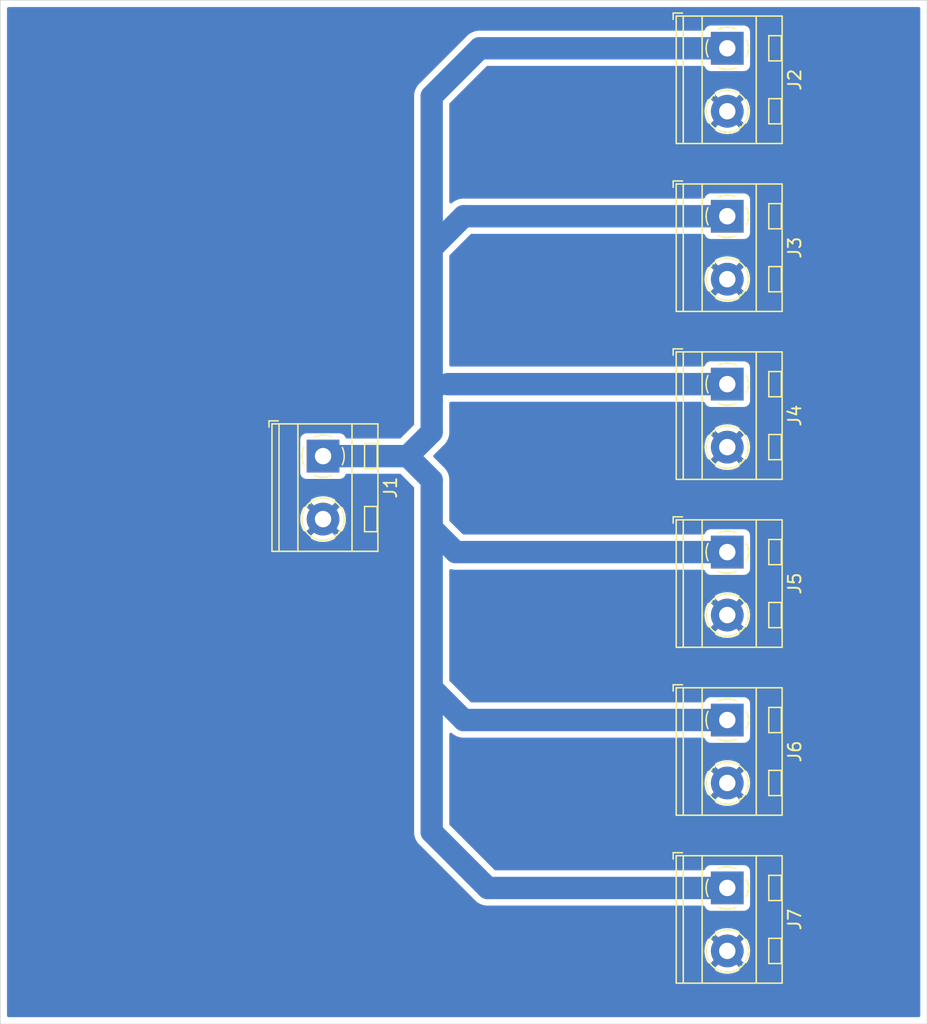
<source format=kicad_pcb>
(kicad_pcb (version 20171130) (host pcbnew "(5.0.2)-1")

  (general
    (thickness 1.6)
    (drawings 13)
    (tracks 22)
    (zones 0)
    (modules 7)
    (nets 3)
  )

  (page A4)
  (layers
    (0 F.Cu signal)
    (31 B.Cu signal)
    (32 B.Adhes user)
    (33 F.Adhes user)
    (34 B.Paste user)
    (35 F.Paste user)
    (36 B.SilkS user)
    (37 F.SilkS user)
    (38 B.Mask user)
    (39 F.Mask user)
    (40 Dwgs.User user)
    (41 Cmts.User user)
    (42 Eco1.User user)
    (43 Eco2.User user)
    (44 Edge.Cuts user)
    (45 Margin user)
    (46 B.CrtYd user)
    (47 F.CrtYd user)
    (48 B.Fab user)
    (49 F.Fab user)
  )

  (setup
    (last_trace_width 0.762)
    (user_trace_width 0.762)
    (trace_clearance 0.2)
    (zone_clearance 0.508)
    (zone_45_only no)
    (trace_min 0.2)
    (segment_width 0.2)
    (edge_width 0.05)
    (via_size 0.8)
    (via_drill 0.4)
    (via_min_size 0.4)
    (via_min_drill 0.3)
    (uvia_size 0.3)
    (uvia_drill 0.1)
    (uvias_allowed no)
    (uvia_min_size 0.2)
    (uvia_min_drill 0.1)
    (pcb_text_width 0.3)
    (pcb_text_size 1.5 1.5)
    (mod_edge_width 0.12)
    (mod_text_size 1 1)
    (mod_text_width 0.15)
    (pad_size 1.524 1.524)
    (pad_drill 0.762)
    (pad_to_mask_clearance 0.051)
    (solder_mask_min_width 0.25)
    (aux_axis_origin 0 0)
    (visible_elements 7FFFFFFF)
    (pcbplotparams
      (layerselection 0x01000_ffffffff)
      (usegerberextensions false)
      (usegerberattributes false)
      (usegerberadvancedattributes false)
      (creategerberjobfile false)
      (excludeedgelayer true)
      (linewidth 0.100000)
      (plotframeref false)
      (viasonmask false)
      (mode 1)
      (useauxorigin false)
      (hpglpennumber 1)
      (hpglpenspeed 20)
      (hpglpendiameter 15.000000)
      (psnegative false)
      (psa4output false)
      (plotreference true)
      (plotvalue true)
      (plotinvisibletext false)
      (padsonsilk false)
      (subtractmaskfromsilk false)
      (outputformat 1)
      (mirror false)
      (drillshape 0)
      (scaleselection 1)
      (outputdirectory "E:/BatterySplitter/"))
  )

  (net 0 "")
  (net 1 +BATT)
  (net 2 GND)

  (net_class Default "This is the default net class."
    (clearance 0.2)
    (trace_width 0.25)
    (via_dia 0.8)
    (via_drill 0.4)
    (uvia_dia 0.3)
    (uvia_drill 0.1)
    (add_net +BATT)
    (add_net GND)
  )

  (module TerminalBlock_MetzConnect:TerminalBlock_MetzConnect_Type094_RT03502HBLU_1x02_P5.00mm_Horizontal (layer F.Cu) (tedit 5B294E9C) (tstamp 5CF8C66F)
    (at 136.525 52.07 270)
    (descr "terminal block Metz Connect Type094_RT03502HBLU, 2 pins, pitch 5mm, size 10x8.3mm^2, drill diamater 1.3mm, pad diameter 2.6mm, see http://www.metz-connect.com/ru/system/files/productfiles/Data_sheet_310941_RT035xxHBLU_OFF-022742T.pdf, script-generated using https://github.com/pointhi/kicad-footprint-generator/scripts/TerminalBlock_MetzConnect")
    (tags "THT terminal block Metz Connect Type094_RT03502HBLU pitch 5mm size 10x8.3mm^2 drill 1.3mm pad 2.6mm")
    (path /5CF88A2D)
    (fp_text reference J2 (at 2.5 -5.36 270) (layer F.SilkS)
      (effects (font (size 1 1) (thickness 0.15)))
    )
    (fp_text value "1.8V Rail" (at 2.5 5.06 270) (layer F.Fab)
      (effects (font (size 1 1) (thickness 0.15)))
    )
    (fp_arc (start 0 0) (end 0 1.68) (angle -24) (layer F.SilkS) (width 0.12))
    (fp_arc (start 0 0) (end 1.535 0.684) (angle -48) (layer F.SilkS) (width 0.12))
    (fp_arc (start 0 0) (end 0.684 -1.535) (angle -48) (layer F.SilkS) (width 0.12))
    (fp_arc (start 0 0) (end -1.535 -0.684) (angle -48) (layer F.SilkS) (width 0.12))
    (fp_arc (start 0 0) (end -0.684 1.535) (angle -25) (layer F.SilkS) (width 0.12))
    (fp_circle (center 0 0) (end 1.5 0) (layer F.Fab) (width 0.1))
    (fp_circle (center 5 0) (end 6.5 0) (layer F.Fab) (width 0.1))
    (fp_circle (center 5 0) (end 6.68 0) (layer F.SilkS) (width 0.12))
    (fp_line (start -2.5 -4.3) (end 7.5 -4.3) (layer F.Fab) (width 0.1))
    (fp_line (start 7.5 -4.3) (end 7.5 4) (layer F.Fab) (width 0.1))
    (fp_line (start 7.5 4) (end -2 4) (layer F.Fab) (width 0.1))
    (fp_line (start -2 4) (end -2.5 3.5) (layer F.Fab) (width 0.1))
    (fp_line (start -2.5 3.5) (end -2.5 -4.3) (layer F.Fab) (width 0.1))
    (fp_line (start -2.5 3.5) (end 7.5 3.5) (layer F.Fab) (width 0.1))
    (fp_line (start -2.56 3.5) (end 7.56 3.5) (layer F.SilkS) (width 0.12))
    (fp_line (start -2.5 2) (end 7.5 2) (layer F.Fab) (width 0.1))
    (fp_line (start -2.56 2) (end 7.56 2) (layer F.SilkS) (width 0.12))
    (fp_line (start -2.5 -2.3) (end 7.5 -2.3) (layer F.Fab) (width 0.1))
    (fp_line (start -2.56 -2.301) (end 7.56 -2.301) (layer F.SilkS) (width 0.12))
    (fp_line (start -2.56 -4.36) (end 7.56 -4.36) (layer F.SilkS) (width 0.12))
    (fp_line (start -2.56 4.06) (end 7.56 4.06) (layer F.SilkS) (width 0.12))
    (fp_line (start -2.56 -4.36) (end -2.56 4.06) (layer F.SilkS) (width 0.12))
    (fp_line (start 7.56 -4.36) (end 7.56 4.06) (layer F.SilkS) (width 0.12))
    (fp_line (start 1.138 -0.955) (end -0.955 1.138) (layer F.Fab) (width 0.1))
    (fp_line (start 0.955 -1.138) (end -1.138 0.955) (layer F.Fab) (width 0.1))
    (fp_line (start -1 -4.3) (end -1 -3.3) (layer F.Fab) (width 0.1))
    (fp_line (start -1 -3.3) (end 1 -3.3) (layer F.Fab) (width 0.1))
    (fp_line (start 1 -3.3) (end 1 -4.3) (layer F.Fab) (width 0.1))
    (fp_line (start 1 -4.3) (end -1 -4.3) (layer F.Fab) (width 0.1))
    (fp_line (start -1 -4.3) (end 1 -4.3) (layer F.SilkS) (width 0.12))
    (fp_line (start -1 -3.3) (end 1 -3.3) (layer F.SilkS) (width 0.12))
    (fp_line (start -1 -4.3) (end -1 -3.3) (layer F.SilkS) (width 0.12))
    (fp_line (start 1 -4.3) (end 1 -3.3) (layer F.SilkS) (width 0.12))
    (fp_line (start 6.138 -0.955) (end 4.046 1.138) (layer F.Fab) (width 0.1))
    (fp_line (start 5.955 -1.138) (end 3.863 0.955) (layer F.Fab) (width 0.1))
    (fp_line (start 6.275 -1.069) (end 6.228 -1.023) (layer F.SilkS) (width 0.12))
    (fp_line (start 3.966 1.239) (end 3.931 1.274) (layer F.SilkS) (width 0.12))
    (fp_line (start 6.07 -1.275) (end 6.035 -1.239) (layer F.SilkS) (width 0.12))
    (fp_line (start 3.773 1.023) (end 3.726 1.069) (layer F.SilkS) (width 0.12))
    (fp_line (start 4 -4.3) (end 4 -3.3) (layer F.Fab) (width 0.1))
    (fp_line (start 4 -3.3) (end 6 -3.3) (layer F.Fab) (width 0.1))
    (fp_line (start 6 -3.3) (end 6 -4.3) (layer F.Fab) (width 0.1))
    (fp_line (start 6 -4.3) (end 4 -4.3) (layer F.Fab) (width 0.1))
    (fp_line (start 4 -4.3) (end 6 -4.3) (layer F.SilkS) (width 0.12))
    (fp_line (start 4 -3.3) (end 6 -3.3) (layer F.SilkS) (width 0.12))
    (fp_line (start 4 -4.3) (end 4 -3.3) (layer F.SilkS) (width 0.12))
    (fp_line (start 6 -4.3) (end 6 -3.3) (layer F.SilkS) (width 0.12))
    (fp_line (start -2.8 3.56) (end -2.8 4.3) (layer F.SilkS) (width 0.12))
    (fp_line (start -2.8 4.3) (end -2.3 4.3) (layer F.SilkS) (width 0.12))
    (fp_line (start -3 -4.81) (end -3 4.5) (layer F.CrtYd) (width 0.05))
    (fp_line (start -3 4.5) (end 8 4.5) (layer F.CrtYd) (width 0.05))
    (fp_line (start 8 4.5) (end 8 -4.81) (layer F.CrtYd) (width 0.05))
    (fp_line (start 8 -4.81) (end -3 -4.81) (layer F.CrtYd) (width 0.05))
    (fp_text user %R (at 2.5 2.75 270) (layer F.Fab)
      (effects (font (size 1 1) (thickness 0.15)))
    )
    (pad 1 thru_hole rect (at 0 0 270) (size 2.6 2.6) (drill 1.3) (layers *.Cu *.Mask)
      (net 1 +BATT))
    (pad 2 thru_hole circle (at 5 0 270) (size 2.6 2.6) (drill 1.3) (layers *.Cu *.Mask)
      (net 2 GND))
    (model ${KISYS3DMOD}/TerminalBlock_MetzConnect.3dshapes/TerminalBlock_MetzConnect_Type094_RT03502HBLU_1x02_P5.00mm_Horizontal.wrl
      (at (xyz 0 0 0))
      (scale (xyz 1 1 1))
      (rotate (xyz 0 0 0))
    )
  )

  (module TerminalBlock_MetzConnect:TerminalBlock_MetzConnect_Type094_RT03502HBLU_1x02_P5.00mm_Horizontal (layer F.Cu) (tedit 5B294E9C) (tstamp 5CF8C633)
    (at 104.394 84.455 270)
    (descr "terminal block Metz Connect Type094_RT03502HBLU, 2 pins, pitch 5mm, size 10x8.3mm^2, drill diamater 1.3mm, pad diameter 2.6mm, see http://www.metz-connect.com/ru/system/files/productfiles/Data_sheet_310941_RT035xxHBLU_OFF-022742T.pdf, script-generated using https://github.com/pointhi/kicad-footprint-generator/scripts/TerminalBlock_MetzConnect")
    (tags "THT terminal block Metz Connect Type094_RT03502HBLU pitch 5mm size 10x8.3mm^2 drill 1.3mm pad 2.6mm")
    (path /5CF872D9)
    (fp_text reference J1 (at 2.5 -5.36 270) (layer F.SilkS)
      (effects (font (size 1 1) (thickness 0.15)))
    )
    (fp_text value "Battery Input" (at 12.065 -0.254 180) (layer F.Fab)
      (effects (font (size 1 1) (thickness 0.15)))
    )
    (fp_arc (start 0 0) (end 0 1.68) (angle -24) (layer F.SilkS) (width 0.12))
    (fp_arc (start 0 0) (end 1.535 0.684) (angle -48) (layer F.SilkS) (width 0.12))
    (fp_arc (start 0 0) (end 0.684 -1.535) (angle -48) (layer F.SilkS) (width 0.12))
    (fp_arc (start 0 0) (end -1.535 -0.684) (angle -48) (layer F.SilkS) (width 0.12))
    (fp_arc (start 0 0) (end -0.684 1.535) (angle -25) (layer F.SilkS) (width 0.12))
    (fp_circle (center 0 0) (end 1.5 0) (layer F.Fab) (width 0.1))
    (fp_circle (center 5 0) (end 6.5 0) (layer F.Fab) (width 0.1))
    (fp_circle (center 5 0) (end 6.68 0) (layer F.SilkS) (width 0.12))
    (fp_line (start -2.5 -4.3) (end 7.5 -4.3) (layer F.Fab) (width 0.1))
    (fp_line (start 7.5 -4.3) (end 7.5 4) (layer F.Fab) (width 0.1))
    (fp_line (start 7.5 4) (end -2 4) (layer F.Fab) (width 0.1))
    (fp_line (start -2 4) (end -2.5 3.5) (layer F.Fab) (width 0.1))
    (fp_line (start -2.5 3.5) (end -2.5 -4.3) (layer F.Fab) (width 0.1))
    (fp_line (start -2.5 3.5) (end 7.5 3.5) (layer F.Fab) (width 0.1))
    (fp_line (start -2.56 3.5) (end 7.56 3.5) (layer F.SilkS) (width 0.12))
    (fp_line (start -2.5 2) (end 7.5 2) (layer F.Fab) (width 0.1))
    (fp_line (start -2.56 2) (end 7.56 2) (layer F.SilkS) (width 0.12))
    (fp_line (start -2.5 -2.3) (end 7.5 -2.3) (layer F.Fab) (width 0.1))
    (fp_line (start -2.56 -2.301) (end 7.56 -2.301) (layer F.SilkS) (width 0.12))
    (fp_line (start -2.56 -4.36) (end 7.56 -4.36) (layer F.SilkS) (width 0.12))
    (fp_line (start -2.56 4.06) (end 7.56 4.06) (layer F.SilkS) (width 0.12))
    (fp_line (start -2.56 -4.36) (end -2.56 4.06) (layer F.SilkS) (width 0.12))
    (fp_line (start 7.56 -4.36) (end 7.56 4.06) (layer F.SilkS) (width 0.12))
    (fp_line (start 1.138 -0.955) (end -0.955 1.138) (layer F.Fab) (width 0.1))
    (fp_line (start 0.955 -1.138) (end -1.138 0.955) (layer F.Fab) (width 0.1))
    (fp_line (start -1 -4.3) (end -1 -3.3) (layer F.Fab) (width 0.1))
    (fp_line (start -1 -3.3) (end 1 -3.3) (layer F.Fab) (width 0.1))
    (fp_line (start 1 -3.3) (end 1 -4.3) (layer F.Fab) (width 0.1))
    (fp_line (start 1 -4.3) (end -1 -4.3) (layer F.Fab) (width 0.1))
    (fp_line (start -1 -4.3) (end 1 -4.3) (layer F.SilkS) (width 0.12))
    (fp_line (start -1 -3.3) (end 1 -3.3) (layer F.SilkS) (width 0.12))
    (fp_line (start -1 -4.3) (end -1 -3.3) (layer F.SilkS) (width 0.12))
    (fp_line (start 1 -4.3) (end 1 -3.3) (layer F.SilkS) (width 0.12))
    (fp_line (start 6.138 -0.955) (end 4.046 1.138) (layer F.Fab) (width 0.1))
    (fp_line (start 5.955 -1.138) (end 3.863 0.955) (layer F.Fab) (width 0.1))
    (fp_line (start 6.275 -1.069) (end 6.228 -1.023) (layer F.SilkS) (width 0.12))
    (fp_line (start 3.966 1.239) (end 3.931 1.274) (layer F.SilkS) (width 0.12))
    (fp_line (start 6.07 -1.275) (end 6.035 -1.239) (layer F.SilkS) (width 0.12))
    (fp_line (start 3.773 1.023) (end 3.726 1.069) (layer F.SilkS) (width 0.12))
    (fp_line (start 4 -4.3) (end 4 -3.3) (layer F.Fab) (width 0.1))
    (fp_line (start 4 -3.3) (end 6 -3.3) (layer F.Fab) (width 0.1))
    (fp_line (start 6 -3.3) (end 6 -4.3) (layer F.Fab) (width 0.1))
    (fp_line (start 6 -4.3) (end 4 -4.3) (layer F.Fab) (width 0.1))
    (fp_line (start 4 -4.3) (end 6 -4.3) (layer F.SilkS) (width 0.12))
    (fp_line (start 4 -3.3) (end 6 -3.3) (layer F.SilkS) (width 0.12))
    (fp_line (start 4 -4.3) (end 4 -3.3) (layer F.SilkS) (width 0.12))
    (fp_line (start 6 -4.3) (end 6 -3.3) (layer F.SilkS) (width 0.12))
    (fp_line (start -2.8 3.56) (end -2.8 4.3) (layer F.SilkS) (width 0.12))
    (fp_line (start -2.8 4.3) (end -2.3 4.3) (layer F.SilkS) (width 0.12))
    (fp_line (start -3 -4.81) (end -3 4.5) (layer F.CrtYd) (width 0.05))
    (fp_line (start -3 4.5) (end 8 4.5) (layer F.CrtYd) (width 0.05))
    (fp_line (start 8 4.5) (end 8 -4.81) (layer F.CrtYd) (width 0.05))
    (fp_line (start 8 -4.81) (end -3 -4.81) (layer F.CrtYd) (width 0.05))
    (fp_text user %R (at 2.5 2.75 270) (layer F.Fab)
      (effects (font (size 1 1) (thickness 0.15)))
    )
    (pad 1 thru_hole rect (at 0 0 270) (size 2.6 2.6) (drill 1.3) (layers *.Cu *.Mask)
      (net 1 +BATT))
    (pad 2 thru_hole circle (at 5 0 270) (size 2.6 2.6) (drill 1.3) (layers *.Cu *.Mask)
      (net 2 GND))
    (model ${KISYS3DMOD}/TerminalBlock_MetzConnect.3dshapes/TerminalBlock_MetzConnect_Type094_RT03502HBLU_1x02_P5.00mm_Horizontal.wrl
      (at (xyz 0 0 0))
      (scale (xyz 1 1 1))
      (rotate (xyz 0 0 0))
    )
  )

  (module TerminalBlock_MetzConnect:TerminalBlock_MetzConnect_Type094_RT03502HBLU_1x02_P5.00mm_Horizontal (layer F.Cu) (tedit 5B294E9C) (tstamp 5CF8C6AB)
    (at 136.525 65.405 270)
    (descr "terminal block Metz Connect Type094_RT03502HBLU, 2 pins, pitch 5mm, size 10x8.3mm^2, drill diamater 1.3mm, pad diameter 2.6mm, see http://www.metz-connect.com/ru/system/files/productfiles/Data_sheet_310941_RT035xxHBLU_OFF-022742T.pdf, script-generated using https://github.com/pointhi/kicad-footprint-generator/scripts/TerminalBlock_MetzConnect")
    (tags "THT terminal block Metz Connect Type094_RT03502HBLU pitch 5mm size 10x8.3mm^2 drill 1.3mm pad 2.6mm")
    (path /5CF8B094)
    (fp_text reference J3 (at 2.5 -5.36 270) (layer F.SilkS)
      (effects (font (size 1 1) (thickness 0.15)))
    )
    (fp_text value "3.3V Rail" (at 2.5 5.06 270) (layer F.Fab)
      (effects (font (size 1 1) (thickness 0.15)))
    )
    (fp_text user %R (at 2.5 2.75 270) (layer F.Fab)
      (effects (font (size 1 1) (thickness 0.15)))
    )
    (fp_line (start 8 -4.81) (end -3 -4.81) (layer F.CrtYd) (width 0.05))
    (fp_line (start 8 4.5) (end 8 -4.81) (layer F.CrtYd) (width 0.05))
    (fp_line (start -3 4.5) (end 8 4.5) (layer F.CrtYd) (width 0.05))
    (fp_line (start -3 -4.81) (end -3 4.5) (layer F.CrtYd) (width 0.05))
    (fp_line (start -2.8 4.3) (end -2.3 4.3) (layer F.SilkS) (width 0.12))
    (fp_line (start -2.8 3.56) (end -2.8 4.3) (layer F.SilkS) (width 0.12))
    (fp_line (start 6 -4.3) (end 6 -3.3) (layer F.SilkS) (width 0.12))
    (fp_line (start 4 -4.3) (end 4 -3.3) (layer F.SilkS) (width 0.12))
    (fp_line (start 4 -3.3) (end 6 -3.3) (layer F.SilkS) (width 0.12))
    (fp_line (start 4 -4.3) (end 6 -4.3) (layer F.SilkS) (width 0.12))
    (fp_line (start 6 -4.3) (end 4 -4.3) (layer F.Fab) (width 0.1))
    (fp_line (start 6 -3.3) (end 6 -4.3) (layer F.Fab) (width 0.1))
    (fp_line (start 4 -3.3) (end 6 -3.3) (layer F.Fab) (width 0.1))
    (fp_line (start 4 -4.3) (end 4 -3.3) (layer F.Fab) (width 0.1))
    (fp_line (start 3.773 1.023) (end 3.726 1.069) (layer F.SilkS) (width 0.12))
    (fp_line (start 6.07 -1.275) (end 6.035 -1.239) (layer F.SilkS) (width 0.12))
    (fp_line (start 3.966 1.239) (end 3.931 1.274) (layer F.SilkS) (width 0.12))
    (fp_line (start 6.275 -1.069) (end 6.228 -1.023) (layer F.SilkS) (width 0.12))
    (fp_line (start 5.955 -1.138) (end 3.863 0.955) (layer F.Fab) (width 0.1))
    (fp_line (start 6.138 -0.955) (end 4.046 1.138) (layer F.Fab) (width 0.1))
    (fp_line (start 1 -4.3) (end 1 -3.3) (layer F.SilkS) (width 0.12))
    (fp_line (start -1 -4.3) (end -1 -3.3) (layer F.SilkS) (width 0.12))
    (fp_line (start -1 -3.3) (end 1 -3.3) (layer F.SilkS) (width 0.12))
    (fp_line (start -1 -4.3) (end 1 -4.3) (layer F.SilkS) (width 0.12))
    (fp_line (start 1 -4.3) (end -1 -4.3) (layer F.Fab) (width 0.1))
    (fp_line (start 1 -3.3) (end 1 -4.3) (layer F.Fab) (width 0.1))
    (fp_line (start -1 -3.3) (end 1 -3.3) (layer F.Fab) (width 0.1))
    (fp_line (start -1 -4.3) (end -1 -3.3) (layer F.Fab) (width 0.1))
    (fp_line (start 0.955 -1.138) (end -1.138 0.955) (layer F.Fab) (width 0.1))
    (fp_line (start 1.138 -0.955) (end -0.955 1.138) (layer F.Fab) (width 0.1))
    (fp_line (start 7.56 -4.36) (end 7.56 4.06) (layer F.SilkS) (width 0.12))
    (fp_line (start -2.56 -4.36) (end -2.56 4.06) (layer F.SilkS) (width 0.12))
    (fp_line (start -2.56 4.06) (end 7.56 4.06) (layer F.SilkS) (width 0.12))
    (fp_line (start -2.56 -4.36) (end 7.56 -4.36) (layer F.SilkS) (width 0.12))
    (fp_line (start -2.56 -2.301) (end 7.56 -2.301) (layer F.SilkS) (width 0.12))
    (fp_line (start -2.5 -2.3) (end 7.5 -2.3) (layer F.Fab) (width 0.1))
    (fp_line (start -2.56 2) (end 7.56 2) (layer F.SilkS) (width 0.12))
    (fp_line (start -2.5 2) (end 7.5 2) (layer F.Fab) (width 0.1))
    (fp_line (start -2.56 3.5) (end 7.56 3.5) (layer F.SilkS) (width 0.12))
    (fp_line (start -2.5 3.5) (end 7.5 3.5) (layer F.Fab) (width 0.1))
    (fp_line (start -2.5 3.5) (end -2.5 -4.3) (layer F.Fab) (width 0.1))
    (fp_line (start -2 4) (end -2.5 3.5) (layer F.Fab) (width 0.1))
    (fp_line (start 7.5 4) (end -2 4) (layer F.Fab) (width 0.1))
    (fp_line (start 7.5 -4.3) (end 7.5 4) (layer F.Fab) (width 0.1))
    (fp_line (start -2.5 -4.3) (end 7.5 -4.3) (layer F.Fab) (width 0.1))
    (fp_circle (center 5 0) (end 6.68 0) (layer F.SilkS) (width 0.12))
    (fp_circle (center 5 0) (end 6.5 0) (layer F.Fab) (width 0.1))
    (fp_circle (center 0 0) (end 1.5 0) (layer F.Fab) (width 0.1))
    (fp_arc (start 0 0) (end -0.684 1.535) (angle -25) (layer F.SilkS) (width 0.12))
    (fp_arc (start 0 0) (end -1.535 -0.684) (angle -48) (layer F.SilkS) (width 0.12))
    (fp_arc (start 0 0) (end 0.684 -1.535) (angle -48) (layer F.SilkS) (width 0.12))
    (fp_arc (start 0 0) (end 1.535 0.684) (angle -48) (layer F.SilkS) (width 0.12))
    (fp_arc (start 0 0) (end 0 1.68) (angle -24) (layer F.SilkS) (width 0.12))
    (pad 2 thru_hole circle (at 5 0 270) (size 2.6 2.6) (drill 1.3) (layers *.Cu *.Mask)
      (net 2 GND))
    (pad 1 thru_hole rect (at 0 0 270) (size 2.6 2.6) (drill 1.3) (layers *.Cu *.Mask)
      (net 1 +BATT))
    (model ${KISYS3DMOD}/TerminalBlock_MetzConnect.3dshapes/TerminalBlock_MetzConnect_Type094_RT03502HBLU_1x02_P5.00mm_Horizontal.wrl
      (at (xyz 0 0 0))
      (scale (xyz 1 1 1))
      (rotate (xyz 0 0 0))
    )
  )

  (module TerminalBlock_MetzConnect:TerminalBlock_MetzConnect_Type094_RT03502HBLU_1x02_P5.00mm_Horizontal (layer F.Cu) (tedit 5B294E9C) (tstamp 5CF8C6E7)
    (at 136.525 78.74 270)
    (descr "terminal block Metz Connect Type094_RT03502HBLU, 2 pins, pitch 5mm, size 10x8.3mm^2, drill diamater 1.3mm, pad diameter 2.6mm, see http://www.metz-connect.com/ru/system/files/productfiles/Data_sheet_310941_RT035xxHBLU_OFF-022742T.pdf, script-generated using https://github.com/pointhi/kicad-footprint-generator/scripts/TerminalBlock_MetzConnect")
    (tags "THT terminal block Metz Connect Type094_RT03502HBLU pitch 5mm size 10x8.3mm^2 drill 1.3mm pad 2.6mm")
    (path /5CF8C547)
    (fp_text reference J4 (at 2.5 -5.36 270) (layer F.SilkS)
      (effects (font (size 1 1) (thickness 0.15)))
    )
    (fp_text value "5V Rail" (at 2.5 5.06 270) (layer F.Fab)
      (effects (font (size 1 1) (thickness 0.15)))
    )
    (fp_arc (start 0 0) (end 0 1.68) (angle -24) (layer F.SilkS) (width 0.12))
    (fp_arc (start 0 0) (end 1.535 0.684) (angle -48) (layer F.SilkS) (width 0.12))
    (fp_arc (start 0 0) (end 0.684 -1.535) (angle -48) (layer F.SilkS) (width 0.12))
    (fp_arc (start 0 0) (end -1.535 -0.684) (angle -48) (layer F.SilkS) (width 0.12))
    (fp_arc (start 0 0) (end -0.684 1.535) (angle -25) (layer F.SilkS) (width 0.12))
    (fp_circle (center 0 0) (end 1.5 0) (layer F.Fab) (width 0.1))
    (fp_circle (center 5 0) (end 6.5 0) (layer F.Fab) (width 0.1))
    (fp_circle (center 5 0) (end 6.68 0) (layer F.SilkS) (width 0.12))
    (fp_line (start -2.5 -4.3) (end 7.5 -4.3) (layer F.Fab) (width 0.1))
    (fp_line (start 7.5 -4.3) (end 7.5 4) (layer F.Fab) (width 0.1))
    (fp_line (start 7.5 4) (end -2 4) (layer F.Fab) (width 0.1))
    (fp_line (start -2 4) (end -2.5 3.5) (layer F.Fab) (width 0.1))
    (fp_line (start -2.5 3.5) (end -2.5 -4.3) (layer F.Fab) (width 0.1))
    (fp_line (start -2.5 3.5) (end 7.5 3.5) (layer F.Fab) (width 0.1))
    (fp_line (start -2.56 3.5) (end 7.56 3.5) (layer F.SilkS) (width 0.12))
    (fp_line (start -2.5 2) (end 7.5 2) (layer F.Fab) (width 0.1))
    (fp_line (start -2.56 2) (end 7.56 2) (layer F.SilkS) (width 0.12))
    (fp_line (start -2.5 -2.3) (end 7.5 -2.3) (layer F.Fab) (width 0.1))
    (fp_line (start -2.56 -2.301) (end 7.56 -2.301) (layer F.SilkS) (width 0.12))
    (fp_line (start -2.56 -4.36) (end 7.56 -4.36) (layer F.SilkS) (width 0.12))
    (fp_line (start -2.56 4.06) (end 7.56 4.06) (layer F.SilkS) (width 0.12))
    (fp_line (start -2.56 -4.36) (end -2.56 4.06) (layer F.SilkS) (width 0.12))
    (fp_line (start 7.56 -4.36) (end 7.56 4.06) (layer F.SilkS) (width 0.12))
    (fp_line (start 1.138 -0.955) (end -0.955 1.138) (layer F.Fab) (width 0.1))
    (fp_line (start 0.955 -1.138) (end -1.138 0.955) (layer F.Fab) (width 0.1))
    (fp_line (start -1 -4.3) (end -1 -3.3) (layer F.Fab) (width 0.1))
    (fp_line (start -1 -3.3) (end 1 -3.3) (layer F.Fab) (width 0.1))
    (fp_line (start 1 -3.3) (end 1 -4.3) (layer F.Fab) (width 0.1))
    (fp_line (start 1 -4.3) (end -1 -4.3) (layer F.Fab) (width 0.1))
    (fp_line (start -1 -4.3) (end 1 -4.3) (layer F.SilkS) (width 0.12))
    (fp_line (start -1 -3.3) (end 1 -3.3) (layer F.SilkS) (width 0.12))
    (fp_line (start -1 -4.3) (end -1 -3.3) (layer F.SilkS) (width 0.12))
    (fp_line (start 1 -4.3) (end 1 -3.3) (layer F.SilkS) (width 0.12))
    (fp_line (start 6.138 -0.955) (end 4.046 1.138) (layer F.Fab) (width 0.1))
    (fp_line (start 5.955 -1.138) (end 3.863 0.955) (layer F.Fab) (width 0.1))
    (fp_line (start 6.275 -1.069) (end 6.228 -1.023) (layer F.SilkS) (width 0.12))
    (fp_line (start 3.966 1.239) (end 3.931 1.274) (layer F.SilkS) (width 0.12))
    (fp_line (start 6.07 -1.275) (end 6.035 -1.239) (layer F.SilkS) (width 0.12))
    (fp_line (start 3.773 1.023) (end 3.726 1.069) (layer F.SilkS) (width 0.12))
    (fp_line (start 4 -4.3) (end 4 -3.3) (layer F.Fab) (width 0.1))
    (fp_line (start 4 -3.3) (end 6 -3.3) (layer F.Fab) (width 0.1))
    (fp_line (start 6 -3.3) (end 6 -4.3) (layer F.Fab) (width 0.1))
    (fp_line (start 6 -4.3) (end 4 -4.3) (layer F.Fab) (width 0.1))
    (fp_line (start 4 -4.3) (end 6 -4.3) (layer F.SilkS) (width 0.12))
    (fp_line (start 4 -3.3) (end 6 -3.3) (layer F.SilkS) (width 0.12))
    (fp_line (start 4 -4.3) (end 4 -3.3) (layer F.SilkS) (width 0.12))
    (fp_line (start 6 -4.3) (end 6 -3.3) (layer F.SilkS) (width 0.12))
    (fp_line (start -2.8 3.56) (end -2.8 4.3) (layer F.SilkS) (width 0.12))
    (fp_line (start -2.8 4.3) (end -2.3 4.3) (layer F.SilkS) (width 0.12))
    (fp_line (start -3 -4.81) (end -3 4.5) (layer F.CrtYd) (width 0.05))
    (fp_line (start -3 4.5) (end 8 4.5) (layer F.CrtYd) (width 0.05))
    (fp_line (start 8 4.5) (end 8 -4.81) (layer F.CrtYd) (width 0.05))
    (fp_line (start 8 -4.81) (end -3 -4.81) (layer F.CrtYd) (width 0.05))
    (fp_text user %R (at 2.5 2.75 270) (layer F.Fab)
      (effects (font (size 1 1) (thickness 0.15)))
    )
    (pad 1 thru_hole rect (at 0 0 270) (size 2.6 2.6) (drill 1.3) (layers *.Cu *.Mask)
      (net 1 +BATT))
    (pad 2 thru_hole circle (at 5 0 270) (size 2.6 2.6) (drill 1.3) (layers *.Cu *.Mask)
      (net 2 GND))
    (model ${KISYS3DMOD}/TerminalBlock_MetzConnect.3dshapes/TerminalBlock_MetzConnect_Type094_RT03502HBLU_1x02_P5.00mm_Horizontal.wrl
      (at (xyz 0 0 0))
      (scale (xyz 1 1 1))
      (rotate (xyz 0 0 0))
    )
  )

  (module TerminalBlock_MetzConnect:TerminalBlock_MetzConnect_Type094_RT03502HBLU_1x02_P5.00mm_Horizontal (layer F.Cu) (tedit 5B294E9C) (tstamp 5CF8C723)
    (at 136.525 92.075 270)
    (descr "terminal block Metz Connect Type094_RT03502HBLU, 2 pins, pitch 5mm, size 10x8.3mm^2, drill diamater 1.3mm, pad diameter 2.6mm, see http://www.metz-connect.com/ru/system/files/productfiles/Data_sheet_310941_RT035xxHBLU_OFF-022742T.pdf, script-generated using https://github.com/pointhi/kicad-footprint-generator/scripts/TerminalBlock_MetzConnect")
    (tags "THT terminal block Metz Connect Type094_RT03502HBLU pitch 5mm size 10x8.3mm^2 drill 1.3mm pad 2.6mm")
    (path /5CF8CF6E)
    (fp_text reference J5 (at 2.5 -5.36 270) (layer F.SilkS)
      (effects (font (size 1 1) (thickness 0.15)))
    )
    (fp_text value "8V Rail" (at 2.5 5.06 270) (layer F.Fab)
      (effects (font (size 1 1) (thickness 0.15)))
    )
    (fp_text user %R (at 2.5 2.75 270) (layer F.Fab)
      (effects (font (size 1 1) (thickness 0.15)))
    )
    (fp_line (start 8 -4.81) (end -3 -4.81) (layer F.CrtYd) (width 0.05))
    (fp_line (start 8 4.5) (end 8 -4.81) (layer F.CrtYd) (width 0.05))
    (fp_line (start -3 4.5) (end 8 4.5) (layer F.CrtYd) (width 0.05))
    (fp_line (start -3 -4.81) (end -3 4.5) (layer F.CrtYd) (width 0.05))
    (fp_line (start -2.8 4.3) (end -2.3 4.3) (layer F.SilkS) (width 0.12))
    (fp_line (start -2.8 3.56) (end -2.8 4.3) (layer F.SilkS) (width 0.12))
    (fp_line (start 6 -4.3) (end 6 -3.3) (layer F.SilkS) (width 0.12))
    (fp_line (start 4 -4.3) (end 4 -3.3) (layer F.SilkS) (width 0.12))
    (fp_line (start 4 -3.3) (end 6 -3.3) (layer F.SilkS) (width 0.12))
    (fp_line (start 4 -4.3) (end 6 -4.3) (layer F.SilkS) (width 0.12))
    (fp_line (start 6 -4.3) (end 4 -4.3) (layer F.Fab) (width 0.1))
    (fp_line (start 6 -3.3) (end 6 -4.3) (layer F.Fab) (width 0.1))
    (fp_line (start 4 -3.3) (end 6 -3.3) (layer F.Fab) (width 0.1))
    (fp_line (start 4 -4.3) (end 4 -3.3) (layer F.Fab) (width 0.1))
    (fp_line (start 3.773 1.023) (end 3.726 1.069) (layer F.SilkS) (width 0.12))
    (fp_line (start 6.07 -1.275) (end 6.035 -1.239) (layer F.SilkS) (width 0.12))
    (fp_line (start 3.966 1.239) (end 3.931 1.274) (layer F.SilkS) (width 0.12))
    (fp_line (start 6.275 -1.069) (end 6.228 -1.023) (layer F.SilkS) (width 0.12))
    (fp_line (start 5.955 -1.138) (end 3.863 0.955) (layer F.Fab) (width 0.1))
    (fp_line (start 6.138 -0.955) (end 4.046 1.138) (layer F.Fab) (width 0.1))
    (fp_line (start 1 -4.3) (end 1 -3.3) (layer F.SilkS) (width 0.12))
    (fp_line (start -1 -4.3) (end -1 -3.3) (layer F.SilkS) (width 0.12))
    (fp_line (start -1 -3.3) (end 1 -3.3) (layer F.SilkS) (width 0.12))
    (fp_line (start -1 -4.3) (end 1 -4.3) (layer F.SilkS) (width 0.12))
    (fp_line (start 1 -4.3) (end -1 -4.3) (layer F.Fab) (width 0.1))
    (fp_line (start 1 -3.3) (end 1 -4.3) (layer F.Fab) (width 0.1))
    (fp_line (start -1 -3.3) (end 1 -3.3) (layer F.Fab) (width 0.1))
    (fp_line (start -1 -4.3) (end -1 -3.3) (layer F.Fab) (width 0.1))
    (fp_line (start 0.955 -1.138) (end -1.138 0.955) (layer F.Fab) (width 0.1))
    (fp_line (start 1.138 -0.955) (end -0.955 1.138) (layer F.Fab) (width 0.1))
    (fp_line (start 7.56 -4.36) (end 7.56 4.06) (layer F.SilkS) (width 0.12))
    (fp_line (start -2.56 -4.36) (end -2.56 4.06) (layer F.SilkS) (width 0.12))
    (fp_line (start -2.56 4.06) (end 7.56 4.06) (layer F.SilkS) (width 0.12))
    (fp_line (start -2.56 -4.36) (end 7.56 -4.36) (layer F.SilkS) (width 0.12))
    (fp_line (start -2.56 -2.301) (end 7.56 -2.301) (layer F.SilkS) (width 0.12))
    (fp_line (start -2.5 -2.3) (end 7.5 -2.3) (layer F.Fab) (width 0.1))
    (fp_line (start -2.56 2) (end 7.56 2) (layer F.SilkS) (width 0.12))
    (fp_line (start -2.5 2) (end 7.5 2) (layer F.Fab) (width 0.1))
    (fp_line (start -2.56 3.5) (end 7.56 3.5) (layer F.SilkS) (width 0.12))
    (fp_line (start -2.5 3.5) (end 7.5 3.5) (layer F.Fab) (width 0.1))
    (fp_line (start -2.5 3.5) (end -2.5 -4.3) (layer F.Fab) (width 0.1))
    (fp_line (start -2 4) (end -2.5 3.5) (layer F.Fab) (width 0.1))
    (fp_line (start 7.5 4) (end -2 4) (layer F.Fab) (width 0.1))
    (fp_line (start 7.5 -4.3) (end 7.5 4) (layer F.Fab) (width 0.1))
    (fp_line (start -2.5 -4.3) (end 7.5 -4.3) (layer F.Fab) (width 0.1))
    (fp_circle (center 5 0) (end 6.68 0) (layer F.SilkS) (width 0.12))
    (fp_circle (center 5 0) (end 6.5 0) (layer F.Fab) (width 0.1))
    (fp_circle (center 0 0) (end 1.5 0) (layer F.Fab) (width 0.1))
    (fp_arc (start 0 0) (end -0.684 1.535) (angle -25) (layer F.SilkS) (width 0.12))
    (fp_arc (start 0 0) (end -1.535 -0.684) (angle -48) (layer F.SilkS) (width 0.12))
    (fp_arc (start 0 0) (end 0.684 -1.535) (angle -48) (layer F.SilkS) (width 0.12))
    (fp_arc (start 0 0) (end 1.535 0.684) (angle -48) (layer F.SilkS) (width 0.12))
    (fp_arc (start 0 0) (end 0 1.68) (angle -24) (layer F.SilkS) (width 0.12))
    (pad 2 thru_hole circle (at 5 0 270) (size 2.6 2.6) (drill 1.3) (layers *.Cu *.Mask)
      (net 2 GND))
    (pad 1 thru_hole rect (at 0 0 270) (size 2.6 2.6) (drill 1.3) (layers *.Cu *.Mask)
      (net 1 +BATT))
    (model ${KISYS3DMOD}/TerminalBlock_MetzConnect.3dshapes/TerminalBlock_MetzConnect_Type094_RT03502HBLU_1x02_P5.00mm_Horizontal.wrl
      (at (xyz 0 0 0))
      (scale (xyz 1 1 1))
      (rotate (xyz 0 0 0))
    )
  )

  (module TerminalBlock_MetzConnect:TerminalBlock_MetzConnect_Type094_RT03502HBLU_1x02_P5.00mm_Horizontal (layer F.Cu) (tedit 5B294E9C) (tstamp 5CF8C75F)
    (at 136.525 105.41 270)
    (descr "terminal block Metz Connect Type094_RT03502HBLU, 2 pins, pitch 5mm, size 10x8.3mm^2, drill diamater 1.3mm, pad diameter 2.6mm, see http://www.metz-connect.com/ru/system/files/productfiles/Data_sheet_310941_RT035xxHBLU_OFF-022742T.pdf, script-generated using https://github.com/pointhi/kicad-footprint-generator/scripts/TerminalBlock_MetzConnect")
    (tags "THT terminal block Metz Connect Type094_RT03502HBLU pitch 5mm size 10x8.3mm^2 drill 1.3mm pad 2.6mm")
    (path /5CF8D653)
    (fp_text reference J6 (at 2.5 -5.36 270) (layer F.SilkS)
      (effects (font (size 1 1) (thickness 0.15)))
    )
    (fp_text value "15V Rail" (at 2.5 5.06 270) (layer F.Fab)
      (effects (font (size 1 1) (thickness 0.15)))
    )
    (fp_arc (start 0 0) (end 0 1.68) (angle -24) (layer F.SilkS) (width 0.12))
    (fp_arc (start 0 0) (end 1.535 0.684) (angle -48) (layer F.SilkS) (width 0.12))
    (fp_arc (start 0 0) (end 0.684 -1.535) (angle -48) (layer F.SilkS) (width 0.12))
    (fp_arc (start 0 0) (end -1.535 -0.684) (angle -48) (layer F.SilkS) (width 0.12))
    (fp_arc (start 0 0) (end -0.684 1.535) (angle -25) (layer F.SilkS) (width 0.12))
    (fp_circle (center 0 0) (end 1.5 0) (layer F.Fab) (width 0.1))
    (fp_circle (center 5 0) (end 6.5 0) (layer F.Fab) (width 0.1))
    (fp_circle (center 5 0) (end 6.68 0) (layer F.SilkS) (width 0.12))
    (fp_line (start -2.5 -4.3) (end 7.5 -4.3) (layer F.Fab) (width 0.1))
    (fp_line (start 7.5 -4.3) (end 7.5 4) (layer F.Fab) (width 0.1))
    (fp_line (start 7.5 4) (end -2 4) (layer F.Fab) (width 0.1))
    (fp_line (start -2 4) (end -2.5 3.5) (layer F.Fab) (width 0.1))
    (fp_line (start -2.5 3.5) (end -2.5 -4.3) (layer F.Fab) (width 0.1))
    (fp_line (start -2.5 3.5) (end 7.5 3.5) (layer F.Fab) (width 0.1))
    (fp_line (start -2.56 3.5) (end 7.56 3.5) (layer F.SilkS) (width 0.12))
    (fp_line (start -2.5 2) (end 7.5 2) (layer F.Fab) (width 0.1))
    (fp_line (start -2.56 2) (end 7.56 2) (layer F.SilkS) (width 0.12))
    (fp_line (start -2.5 -2.3) (end 7.5 -2.3) (layer F.Fab) (width 0.1))
    (fp_line (start -2.56 -2.301) (end 7.56 -2.301) (layer F.SilkS) (width 0.12))
    (fp_line (start -2.56 -4.36) (end 7.56 -4.36) (layer F.SilkS) (width 0.12))
    (fp_line (start -2.56 4.06) (end 7.56 4.06) (layer F.SilkS) (width 0.12))
    (fp_line (start -2.56 -4.36) (end -2.56 4.06) (layer F.SilkS) (width 0.12))
    (fp_line (start 7.56 -4.36) (end 7.56 4.06) (layer F.SilkS) (width 0.12))
    (fp_line (start 1.138 -0.955) (end -0.955 1.138) (layer F.Fab) (width 0.1))
    (fp_line (start 0.955 -1.138) (end -1.138 0.955) (layer F.Fab) (width 0.1))
    (fp_line (start -1 -4.3) (end -1 -3.3) (layer F.Fab) (width 0.1))
    (fp_line (start -1 -3.3) (end 1 -3.3) (layer F.Fab) (width 0.1))
    (fp_line (start 1 -3.3) (end 1 -4.3) (layer F.Fab) (width 0.1))
    (fp_line (start 1 -4.3) (end -1 -4.3) (layer F.Fab) (width 0.1))
    (fp_line (start -1 -4.3) (end 1 -4.3) (layer F.SilkS) (width 0.12))
    (fp_line (start -1 -3.3) (end 1 -3.3) (layer F.SilkS) (width 0.12))
    (fp_line (start -1 -4.3) (end -1 -3.3) (layer F.SilkS) (width 0.12))
    (fp_line (start 1 -4.3) (end 1 -3.3) (layer F.SilkS) (width 0.12))
    (fp_line (start 6.138 -0.955) (end 4.046 1.138) (layer F.Fab) (width 0.1))
    (fp_line (start 5.955 -1.138) (end 3.863 0.955) (layer F.Fab) (width 0.1))
    (fp_line (start 6.275 -1.069) (end 6.228 -1.023) (layer F.SilkS) (width 0.12))
    (fp_line (start 3.966 1.239) (end 3.931 1.274) (layer F.SilkS) (width 0.12))
    (fp_line (start 6.07 -1.275) (end 6.035 -1.239) (layer F.SilkS) (width 0.12))
    (fp_line (start 3.773 1.023) (end 3.726 1.069) (layer F.SilkS) (width 0.12))
    (fp_line (start 4 -4.3) (end 4 -3.3) (layer F.Fab) (width 0.1))
    (fp_line (start 4 -3.3) (end 6 -3.3) (layer F.Fab) (width 0.1))
    (fp_line (start 6 -3.3) (end 6 -4.3) (layer F.Fab) (width 0.1))
    (fp_line (start 6 -4.3) (end 4 -4.3) (layer F.Fab) (width 0.1))
    (fp_line (start 4 -4.3) (end 6 -4.3) (layer F.SilkS) (width 0.12))
    (fp_line (start 4 -3.3) (end 6 -3.3) (layer F.SilkS) (width 0.12))
    (fp_line (start 4 -4.3) (end 4 -3.3) (layer F.SilkS) (width 0.12))
    (fp_line (start 6 -4.3) (end 6 -3.3) (layer F.SilkS) (width 0.12))
    (fp_line (start -2.8 3.56) (end -2.8 4.3) (layer F.SilkS) (width 0.12))
    (fp_line (start -2.8 4.3) (end -2.3 4.3) (layer F.SilkS) (width 0.12))
    (fp_line (start -3 -4.81) (end -3 4.5) (layer F.CrtYd) (width 0.05))
    (fp_line (start -3 4.5) (end 8 4.5) (layer F.CrtYd) (width 0.05))
    (fp_line (start 8 4.5) (end 8 -4.81) (layer F.CrtYd) (width 0.05))
    (fp_line (start 8 -4.81) (end -3 -4.81) (layer F.CrtYd) (width 0.05))
    (fp_text user %R (at 2.5 2.75 270) (layer F.Fab)
      (effects (font (size 1 1) (thickness 0.15)))
    )
    (pad 1 thru_hole rect (at 0 0 270) (size 2.6 2.6) (drill 1.3) (layers *.Cu *.Mask)
      (net 1 +BATT))
    (pad 2 thru_hole circle (at 5 0 270) (size 2.6 2.6) (drill 1.3) (layers *.Cu *.Mask)
      (net 2 GND))
    (model ${KISYS3DMOD}/TerminalBlock_MetzConnect.3dshapes/TerminalBlock_MetzConnect_Type094_RT03502HBLU_1x02_P5.00mm_Horizontal.wrl
      (at (xyz 0 0 0))
      (scale (xyz 1 1 1))
      (rotate (xyz 0 0 0))
    )
  )

  (module TerminalBlock_MetzConnect:TerminalBlock_MetzConnect_Type094_RT03502HBLU_1x02_P5.00mm_Horizontal (layer F.Cu) (tedit 5B294E9C) (tstamp 5CF8C79B)
    (at 136.525 118.745 270)
    (descr "terminal block Metz Connect Type094_RT03502HBLU, 2 pins, pitch 5mm, size 10x8.3mm^2, drill diamater 1.3mm, pad diameter 2.6mm, see http://www.metz-connect.com/ru/system/files/productfiles/Data_sheet_310941_RT035xxHBLU_OFF-022742T.pdf, script-generated using https://github.com/pointhi/kicad-footprint-generator/scripts/TerminalBlock_MetzConnect")
    (tags "THT terminal block Metz Connect Type094_RT03502HBLU pitch 5mm size 10x8.3mm^2 drill 1.3mm pad 2.6mm")
    (path /5CF8E126)
    (fp_text reference J7 (at 2.5 -5.36 270) (layer F.SilkS)
      (effects (font (size 1 1) (thickness 0.15)))
    )
    (fp_text value "32V Rail" (at 2.5 5.06 270) (layer F.Fab)
      (effects (font (size 1 1) (thickness 0.15)))
    )
    (fp_text user %R (at 2.5 2.75 270) (layer F.Fab)
      (effects (font (size 1 1) (thickness 0.15)))
    )
    (fp_line (start 8 -4.81) (end -3 -4.81) (layer F.CrtYd) (width 0.05))
    (fp_line (start 8 4.5) (end 8 -4.81) (layer F.CrtYd) (width 0.05))
    (fp_line (start -3 4.5) (end 8 4.5) (layer F.CrtYd) (width 0.05))
    (fp_line (start -3 -4.81) (end -3 4.5) (layer F.CrtYd) (width 0.05))
    (fp_line (start -2.8 4.3) (end -2.3 4.3) (layer F.SilkS) (width 0.12))
    (fp_line (start -2.8 3.56) (end -2.8 4.3) (layer F.SilkS) (width 0.12))
    (fp_line (start 6 -4.3) (end 6 -3.3) (layer F.SilkS) (width 0.12))
    (fp_line (start 4 -4.3) (end 4 -3.3) (layer F.SilkS) (width 0.12))
    (fp_line (start 4 -3.3) (end 6 -3.3) (layer F.SilkS) (width 0.12))
    (fp_line (start 4 -4.3) (end 6 -4.3) (layer F.SilkS) (width 0.12))
    (fp_line (start 6 -4.3) (end 4 -4.3) (layer F.Fab) (width 0.1))
    (fp_line (start 6 -3.3) (end 6 -4.3) (layer F.Fab) (width 0.1))
    (fp_line (start 4 -3.3) (end 6 -3.3) (layer F.Fab) (width 0.1))
    (fp_line (start 4 -4.3) (end 4 -3.3) (layer F.Fab) (width 0.1))
    (fp_line (start 3.773 1.023) (end 3.726 1.069) (layer F.SilkS) (width 0.12))
    (fp_line (start 6.07 -1.275) (end 6.035 -1.239) (layer F.SilkS) (width 0.12))
    (fp_line (start 3.966 1.239) (end 3.931 1.274) (layer F.SilkS) (width 0.12))
    (fp_line (start 6.275 -1.069) (end 6.228 -1.023) (layer F.SilkS) (width 0.12))
    (fp_line (start 5.955 -1.138) (end 3.863 0.955) (layer F.Fab) (width 0.1))
    (fp_line (start 6.138 -0.955) (end 4.046 1.138) (layer F.Fab) (width 0.1))
    (fp_line (start 1 -4.3) (end 1 -3.3) (layer F.SilkS) (width 0.12))
    (fp_line (start -1 -4.3) (end -1 -3.3) (layer F.SilkS) (width 0.12))
    (fp_line (start -1 -3.3) (end 1 -3.3) (layer F.SilkS) (width 0.12))
    (fp_line (start -1 -4.3) (end 1 -4.3) (layer F.SilkS) (width 0.12))
    (fp_line (start 1 -4.3) (end -1 -4.3) (layer F.Fab) (width 0.1))
    (fp_line (start 1 -3.3) (end 1 -4.3) (layer F.Fab) (width 0.1))
    (fp_line (start -1 -3.3) (end 1 -3.3) (layer F.Fab) (width 0.1))
    (fp_line (start -1 -4.3) (end -1 -3.3) (layer F.Fab) (width 0.1))
    (fp_line (start 0.955 -1.138) (end -1.138 0.955) (layer F.Fab) (width 0.1))
    (fp_line (start 1.138 -0.955) (end -0.955 1.138) (layer F.Fab) (width 0.1))
    (fp_line (start 7.56 -4.36) (end 7.56 4.06) (layer F.SilkS) (width 0.12))
    (fp_line (start -2.56 -4.36) (end -2.56 4.06) (layer F.SilkS) (width 0.12))
    (fp_line (start -2.56 4.06) (end 7.56 4.06) (layer F.SilkS) (width 0.12))
    (fp_line (start -2.56 -4.36) (end 7.56 -4.36) (layer F.SilkS) (width 0.12))
    (fp_line (start -2.56 -2.301) (end 7.56 -2.301) (layer F.SilkS) (width 0.12))
    (fp_line (start -2.5 -2.3) (end 7.5 -2.3) (layer F.Fab) (width 0.1))
    (fp_line (start -2.56 2) (end 7.56 2) (layer F.SilkS) (width 0.12))
    (fp_line (start -2.5 2) (end 7.5 2) (layer F.Fab) (width 0.1))
    (fp_line (start -2.56 3.5) (end 7.56 3.5) (layer F.SilkS) (width 0.12))
    (fp_line (start -2.5 3.5) (end 7.5 3.5) (layer F.Fab) (width 0.1))
    (fp_line (start -2.5 3.5) (end -2.5 -4.3) (layer F.Fab) (width 0.1))
    (fp_line (start -2 4) (end -2.5 3.5) (layer F.Fab) (width 0.1))
    (fp_line (start 7.5 4) (end -2 4) (layer F.Fab) (width 0.1))
    (fp_line (start 7.5 -4.3) (end 7.5 4) (layer F.Fab) (width 0.1))
    (fp_line (start -2.5 -4.3) (end 7.5 -4.3) (layer F.Fab) (width 0.1))
    (fp_circle (center 5 0) (end 6.68 0) (layer F.SilkS) (width 0.12))
    (fp_circle (center 5 0) (end 6.5 0) (layer F.Fab) (width 0.1))
    (fp_circle (center 0 0) (end 1.5 0) (layer F.Fab) (width 0.1))
    (fp_arc (start 0 0) (end -0.684 1.535) (angle -25) (layer F.SilkS) (width 0.12))
    (fp_arc (start 0 0) (end -1.535 -0.684) (angle -48) (layer F.SilkS) (width 0.12))
    (fp_arc (start 0 0) (end 0.684 -1.535) (angle -48) (layer F.SilkS) (width 0.12))
    (fp_arc (start 0 0) (end 1.535 0.684) (angle -48) (layer F.SilkS) (width 0.12))
    (fp_arc (start 0 0) (end 0 1.68) (angle -24) (layer F.SilkS) (width 0.12))
    (pad 2 thru_hole circle (at 5 0 270) (size 2.6 2.6) (drill 1.3) (layers *.Cu *.Mask)
      (net 2 GND))
    (pad 1 thru_hole rect (at 0 0 270) (size 2.6 2.6) (drill 1.3) (layers *.Cu *.Mask)
      (net 1 +BATT))
    (model ${KISYS3DMOD}/TerminalBlock_MetzConnect.3dshapes/TerminalBlock_MetzConnect_Type094_RT03502HBLU_1x02_P5.00mm_Horizontal.wrl
      (at (xyz 0 0 0))
      (scale (xyz 1 1 1))
      (rotate (xyz 0 0 0))
    )
  )

  (gr_text - (at 104.394 93.98) (layer F.Cu)
    (effects (font (size 1.778 1.778) (thickness 0.127)))
  )
  (gr_text + (at 104.394 78.74) (layer F.Cu)
    (effects (font (size 1.778 1.778) (thickness 0.127)))
  )
  (gr_text Battery (at 97.536 86.868 90) (layer F.Cu)
    (effects (font (size 1.778 1.778) (thickness 0.127)))
  )
  (gr_line (start 152.4 48.26) (end 152.4 129.54) (layer Edge.Cuts) (width 0.05) (tstamp 5CF8E0B9))
  (gr_line (start 78.74 48.26) (end 152.4 48.26) (layer Edge.Cuts) (width 0.05))
  (gr_line (start 78.74 129.54) (end 78.74 48.26) (layer Edge.Cuts) (width 0.05))
  (gr_line (start 152.4 129.54) (end 78.74 129.54) (layer Edge.Cuts) (width 0.05))
  (gr_text "+\n32V\n-" (at 146.685 121.285) (layer F.Cu) (tstamp 5CF8E0A5)
    (effects (font (size 1.778 1.778) (thickness 0.127)))
  )
  (gr_text "+\n15V\n-" (at 146.685 107.95) (layer F.Cu) (tstamp 5CF8E0A5)
    (effects (font (size 1.778 1.778) (thickness 0.127)))
  )
  (gr_text "+\n8V\n-" (at 146.685 94.615) (layer F.Cu) (tstamp 5CF8E0A5)
    (effects (font (size 1.778 1.778) (thickness 0.127)))
  )
  (gr_text "+\n5V\n-" (at 146.05 81.28) (layer F.Cu) (tstamp 5CF8E0A5)
    (effects (font (size 1.778 1.778) (thickness 0.127)))
  )
  (gr_text "+\n3.3V\n-" (at 146.05 67.31) (layer F.Cu) (tstamp 5CF8E0A5)
    (effects (font (size 1.778 1.778) (thickness 0.127)))
  )
  (gr_text "+\n1.8V\n-" (at 146.05 54.61) (layer F.Cu)
    (effects (font (size 1.778 1.778) (thickness 0.127)))
  )

  (segment (start 113.03 92.075) (end 113.03 102.87) (width 1.778) (layer B.Cu) (net 1))
  (segment (start 115.57 105.41) (end 136.525 105.41) (width 1.778) (layer B.Cu) (net 1))
  (segment (start 113.03 102.87) (end 115.57 105.41) (width 1.778) (layer B.Cu) (net 1))
  (segment (start 113.03 114.3) (end 113.03 102.87) (width 1.778) (layer B.Cu) (net 1))
  (segment (start 136.525 118.745) (end 117.475 118.745) (width 1.778) (layer B.Cu) (net 1))
  (segment (start 117.475 118.745) (end 113.03 114.3) (width 1.778) (layer B.Cu) (net 1))
  (segment (start 111.125 84.455) (end 113.03 86.36) (width 1.778) (layer B.Cu) (net 1))
  (segment (start 111.125 84.455) (end 113.03 82.55) (width 1.778) (layer B.Cu) (net 1))
  (segment (start 113.03 82.55) (end 113.03 80.01) (width 1.778) (layer B.Cu) (net 1))
  (segment (start 113.03 80.01) (end 114.3 78.74) (width 0.762) (layer B.Cu) (net 1))
  (segment (start 114.3 78.74) (end 136.525 78.74) (width 1.778) (layer B.Cu) (net 1))
  (segment (start 115.57 65.405) (end 136.525 65.405) (width 1.778) (layer B.Cu) (net 1))
  (segment (start 113.03 80.01) (end 113.03 67.945) (width 1.778) (layer B.Cu) (net 1))
  (segment (start 113.03 67.945) (end 115.57 65.405) (width 1.778) (layer B.Cu) (net 1))
  (segment (start 113.03 67.945) (end 113.03 55.88) (width 1.778) (layer B.Cu) (net 1))
  (segment (start 113.03 55.88) (end 116.84 52.07) (width 1.778) (layer B.Cu) (net 1))
  (segment (start 116.84 52.07) (end 136.525 52.07) (width 1.778) (layer B.Cu) (net 1))
  (segment (start 114.935 92.075) (end 113.03 90.17) (width 1.778) (layer B.Cu) (net 1))
  (segment (start 136.525 92.075) (end 114.935 92.075) (width 1.778) (layer B.Cu) (net 1))
  (segment (start 113.03 86.36) (end 113.03 90.17) (width 1.778) (layer B.Cu) (net 1))
  (segment (start 113.03 90.17) (end 113.03 92.075) (width 1.778) (layer B.Cu) (net 1))
  (segment (start 111.125 84.455) (end 104.394 84.455) (width 1.778) (layer B.Cu) (net 1))

  (zone (net 2) (net_name GND) (layer B.Cu) (tstamp 5CF8E0C2) (hatch edge 0.508)
    (connect_pads (clearance 0.508))
    (min_thickness 0.254)
    (fill yes (arc_segments 32) (thermal_gap 0.508) (thermal_bridge_width 0.508))
    (polygon
      (pts
        (xy 78.74 48.26) (xy 152.4 48.26) (xy 152.4 129.54) (xy 78.74 129.54)
      )
    )
    (filled_polygon
      (pts
        (xy 151.740001 128.88) (xy 79.4 128.88) (xy 79.4 125.094224) (xy 135.355381 125.094224) (xy 135.487317 125.389312)
        (xy 135.828045 125.560159) (xy 136.195557 125.66125) (xy 136.575729 125.688701) (xy 136.953951 125.641457) (xy 137.31569 125.521333)
        (xy 137.562683 125.389312) (xy 137.694619 125.094224) (xy 136.525 123.924605) (xy 135.355381 125.094224) (xy 79.4 125.094224)
        (xy 79.4 123.795729) (xy 134.581299 123.795729) (xy 134.628543 124.173951) (xy 134.748667 124.53569) (xy 134.880688 124.782683)
        (xy 135.175776 124.914619) (xy 136.345395 123.745) (xy 136.704605 123.745) (xy 137.874224 124.914619) (xy 138.169312 124.782683)
        (xy 138.340159 124.441955) (xy 138.44125 124.074443) (xy 138.468701 123.694271) (xy 138.421457 123.316049) (xy 138.301333 122.95431)
        (xy 138.169312 122.707317) (xy 137.874224 122.575381) (xy 136.704605 123.745) (xy 136.345395 123.745) (xy 135.175776 122.575381)
        (xy 134.880688 122.707317) (xy 134.709841 123.048045) (xy 134.60875 123.415557) (xy 134.581299 123.795729) (xy 79.4 123.795729)
        (xy 79.4 122.395776) (xy 135.355381 122.395776) (xy 136.525 123.565395) (xy 137.694619 122.395776) (xy 137.562683 122.100688)
        (xy 137.221955 121.929841) (xy 136.854443 121.82875) (xy 136.474271 121.801299) (xy 136.096049 121.848543) (xy 135.73431 121.968667)
        (xy 135.487317 122.100688) (xy 135.355381 122.395776) (xy 79.4 122.395776) (xy 79.4 90.804224) (xy 103.224381 90.804224)
        (xy 103.356317 91.099312) (xy 103.697045 91.270159) (xy 104.064557 91.37125) (xy 104.444729 91.398701) (xy 104.822951 91.351457)
        (xy 105.18469 91.231333) (xy 105.431683 91.099312) (xy 105.563619 90.804224) (xy 104.394 89.634605) (xy 103.224381 90.804224)
        (xy 79.4 90.804224) (xy 79.4 89.505729) (xy 102.450299 89.505729) (xy 102.497543 89.883951) (xy 102.617667 90.24569)
        (xy 102.749688 90.492683) (xy 103.044776 90.624619) (xy 104.214395 89.455) (xy 104.573605 89.455) (xy 105.743224 90.624619)
        (xy 106.038312 90.492683) (xy 106.209159 90.151955) (xy 106.31025 89.784443) (xy 106.337701 89.404271) (xy 106.290457 89.026049)
        (xy 106.170333 88.66431) (xy 106.038312 88.417317) (xy 105.743224 88.285381) (xy 104.573605 89.455) (xy 104.214395 89.455)
        (xy 103.044776 88.285381) (xy 102.749688 88.417317) (xy 102.578841 88.758045) (xy 102.47775 89.125557) (xy 102.450299 89.505729)
        (xy 79.4 89.505729) (xy 79.4 88.105776) (xy 103.224381 88.105776) (xy 104.394 89.275395) (xy 105.563619 88.105776)
        (xy 105.431683 87.810688) (xy 105.090955 87.639841) (xy 104.723443 87.53875) (xy 104.343271 87.511299) (xy 103.965049 87.558543)
        (xy 103.60331 87.678667) (xy 103.356317 87.810688) (xy 103.224381 88.105776) (xy 79.4 88.105776) (xy 79.4 83.155)
        (xy 102.455928 83.155) (xy 102.455928 85.755) (xy 102.468188 85.879482) (xy 102.504498 85.99918) (xy 102.563463 86.109494)
        (xy 102.642815 86.206185) (xy 102.739506 86.285537) (xy 102.84982 86.344502) (xy 102.969518 86.380812) (xy 103.094 86.393072)
        (xy 105.694 86.393072) (xy 105.818482 86.380812) (xy 105.93818 86.344502) (xy 106.048494 86.285537) (xy 106.145185 86.206185)
        (xy 106.224537 86.109494) (xy 106.283502 85.99918) (xy 106.289624 85.979) (xy 110.493739 85.979) (xy 111.506 86.991262)
        (xy 111.506001 90.095132) (xy 111.506 90.095142) (xy 111.506 90.095151) (xy 111.498628 90.17) (xy 111.506 90.24485)
        (xy 111.506001 92.000133) (xy 111.506 92.000142) (xy 111.506001 102.795141) (xy 111.498628 102.87) (xy 111.506001 102.944859)
        (xy 111.506 114.225151) (xy 111.498628 114.3) (xy 111.506 114.374849) (xy 111.506 114.374858) (xy 111.528052 114.598755)
        (xy 111.615196 114.88603) (xy 111.615197 114.886031) (xy 111.75671 115.150785) (xy 111.899436 115.324697) (xy 111.947156 115.382844)
        (xy 112.005303 115.430564) (xy 116.344436 119.769697) (xy 116.392156 119.827844) (xy 116.624215 120.01829) (xy 116.888969 120.159804)
        (xy 117.176244 120.246948) (xy 117.400141 120.269) (xy 117.40015 120.269) (xy 117.474999 120.276372) (xy 117.549848 120.269)
        (xy 134.629376 120.269) (xy 134.635498 120.28918) (xy 134.694463 120.399494) (xy 134.773815 120.496185) (xy 134.870506 120.575537)
        (xy 134.98082 120.634502) (xy 135.100518 120.670812) (xy 135.225 120.683072) (xy 137.825 120.683072) (xy 137.949482 120.670812)
        (xy 138.06918 120.634502) (xy 138.179494 120.575537) (xy 138.276185 120.496185) (xy 138.355537 120.399494) (xy 138.414502 120.28918)
        (xy 138.450812 120.169482) (xy 138.463072 120.045) (xy 138.463072 117.445) (xy 138.450812 117.320518) (xy 138.414502 117.20082)
        (xy 138.355537 117.090506) (xy 138.276185 116.993815) (xy 138.179494 116.914463) (xy 138.06918 116.855498) (xy 137.949482 116.819188)
        (xy 137.825 116.806928) (xy 135.225 116.806928) (xy 135.100518 116.819188) (xy 134.98082 116.855498) (xy 134.870506 116.914463)
        (xy 134.773815 116.993815) (xy 134.694463 117.090506) (xy 134.635498 117.20082) (xy 134.629376 117.221) (xy 118.106261 117.221)
        (xy 114.554 113.668739) (xy 114.554 111.759224) (xy 135.355381 111.759224) (xy 135.487317 112.054312) (xy 135.828045 112.225159)
        (xy 136.195557 112.32625) (xy 136.575729 112.353701) (xy 136.953951 112.306457) (xy 137.31569 112.186333) (xy 137.562683 112.054312)
        (xy 137.694619 111.759224) (xy 136.525 110.589605) (xy 135.355381 111.759224) (xy 114.554 111.759224) (xy 114.554 110.460729)
        (xy 134.581299 110.460729) (xy 134.628543 110.838951) (xy 134.748667 111.20069) (xy 134.880688 111.447683) (xy 135.175776 111.579619)
        (xy 136.345395 110.41) (xy 136.704605 110.41) (xy 137.874224 111.579619) (xy 138.169312 111.447683) (xy 138.340159 111.106955)
        (xy 138.44125 110.739443) (xy 138.468701 110.359271) (xy 138.421457 109.981049) (xy 138.301333 109.61931) (xy 138.169312 109.372317)
        (xy 137.874224 109.240381) (xy 136.704605 110.41) (xy 136.345395 110.41) (xy 135.175776 109.240381) (xy 134.880688 109.372317)
        (xy 134.709841 109.713045) (xy 134.60875 110.080557) (xy 134.581299 110.460729) (xy 114.554 110.460729) (xy 114.554 109.060776)
        (xy 135.355381 109.060776) (xy 136.525 110.230395) (xy 137.694619 109.060776) (xy 137.562683 108.765688) (xy 137.221955 108.594841)
        (xy 136.854443 108.49375) (xy 136.474271 108.466299) (xy 136.096049 108.513543) (xy 135.73431 108.633667) (xy 135.487317 108.765688)
        (xy 135.355381 109.060776) (xy 114.554 109.060776) (xy 114.554 106.547701) (xy 114.719215 106.68329) (xy 114.983969 106.824804)
        (xy 115.271244 106.911948) (xy 115.495141 106.934) (xy 115.49515 106.934) (xy 115.569999 106.941372) (xy 115.644848 106.934)
        (xy 134.629376 106.934) (xy 134.635498 106.95418) (xy 134.694463 107.064494) (xy 134.773815 107.161185) (xy 134.870506 107.240537)
        (xy 134.98082 107.299502) (xy 135.100518 107.335812) (xy 135.225 107.348072) (xy 137.825 107.348072) (xy 137.949482 107.335812)
        (xy 138.06918 107.299502) (xy 138.179494 107.240537) (xy 138.276185 107.161185) (xy 138.355537 107.064494) (xy 138.414502 106.95418)
        (xy 138.450812 106.834482) (xy 138.463072 106.71) (xy 138.463072 104.11) (xy 138.450812 103.985518) (xy 138.414502 103.86582)
        (xy 138.355537 103.755506) (xy 138.276185 103.658815) (xy 138.179494 103.579463) (xy 138.06918 103.520498) (xy 137.949482 103.484188)
        (xy 137.825 103.471928) (xy 135.225 103.471928) (xy 135.100518 103.484188) (xy 134.98082 103.520498) (xy 134.870506 103.579463)
        (xy 134.773815 103.658815) (xy 134.694463 103.755506) (xy 134.635498 103.86582) (xy 134.629376 103.886) (xy 116.201261 103.886)
        (xy 114.554 102.238739) (xy 114.554 98.424224) (xy 135.355381 98.424224) (xy 135.487317 98.719312) (xy 135.828045 98.890159)
        (xy 136.195557 98.99125) (xy 136.575729 99.018701) (xy 136.953951 98.971457) (xy 137.31569 98.851333) (xy 137.562683 98.719312)
        (xy 137.694619 98.424224) (xy 136.525 97.254605) (xy 135.355381 98.424224) (xy 114.554 98.424224) (xy 114.554 97.125729)
        (xy 134.581299 97.125729) (xy 134.628543 97.503951) (xy 134.748667 97.86569) (xy 134.880688 98.112683) (xy 135.175776 98.244619)
        (xy 136.345395 97.075) (xy 136.704605 97.075) (xy 137.874224 98.244619) (xy 138.169312 98.112683) (xy 138.340159 97.771955)
        (xy 138.44125 97.404443) (xy 138.468701 97.024271) (xy 138.421457 96.646049) (xy 138.301333 96.28431) (xy 138.169312 96.037317)
        (xy 137.874224 95.905381) (xy 136.704605 97.075) (xy 136.345395 97.075) (xy 135.175776 95.905381) (xy 134.880688 96.037317)
        (xy 134.709841 96.378045) (xy 134.60875 96.745557) (xy 134.581299 97.125729) (xy 114.554 97.125729) (xy 114.554 95.725776)
        (xy 135.355381 95.725776) (xy 136.525 96.895395) (xy 137.694619 95.725776) (xy 137.562683 95.430688) (xy 137.221955 95.259841)
        (xy 136.854443 95.15875) (xy 136.474271 95.131299) (xy 136.096049 95.178543) (xy 135.73431 95.298667) (xy 135.487317 95.430688)
        (xy 135.355381 95.725776) (xy 114.554 95.725776) (xy 114.554 93.552) (xy 114.636244 93.576948) (xy 114.860141 93.599)
        (xy 114.860151 93.599) (xy 114.935 93.606372) (xy 115.009849 93.599) (xy 134.629376 93.599) (xy 134.635498 93.61918)
        (xy 134.694463 93.729494) (xy 134.773815 93.826185) (xy 134.870506 93.905537) (xy 134.98082 93.964502) (xy 135.100518 94.000812)
        (xy 135.225 94.013072) (xy 137.825 94.013072) (xy 137.949482 94.000812) (xy 138.06918 93.964502) (xy 138.179494 93.905537)
        (xy 138.276185 93.826185) (xy 138.355537 93.729494) (xy 138.414502 93.61918) (xy 138.450812 93.499482) (xy 138.463072 93.375)
        (xy 138.463072 90.775) (xy 138.450812 90.650518) (xy 138.414502 90.53082) (xy 138.355537 90.420506) (xy 138.276185 90.323815)
        (xy 138.179494 90.244463) (xy 138.06918 90.185498) (xy 137.949482 90.149188) (xy 137.825 90.136928) (xy 135.225 90.136928)
        (xy 135.100518 90.149188) (xy 134.98082 90.185498) (xy 134.870506 90.244463) (xy 134.773815 90.323815) (xy 134.694463 90.420506)
        (xy 134.635498 90.53082) (xy 134.629376 90.551) (xy 115.566262 90.551) (xy 114.554 89.538739) (xy 114.554 86.434849)
        (xy 114.561372 86.36) (xy 114.554 86.285151) (xy 114.554 86.285141) (xy 114.531948 86.061244) (xy 114.444804 85.773969)
        (xy 114.381882 85.65625) (xy 114.30329 85.509214) (xy 114.160564 85.335302) (xy 114.16056 85.335298) (xy 114.112844 85.277156)
        (xy 114.054703 85.229441) (xy 113.914486 85.089224) (xy 135.355381 85.089224) (xy 135.487317 85.384312) (xy 135.828045 85.555159)
        (xy 136.195557 85.65625) (xy 136.575729 85.683701) (xy 136.953951 85.636457) (xy 137.31569 85.516333) (xy 137.562683 85.384312)
        (xy 137.694619 85.089224) (xy 136.525 83.919605) (xy 135.355381 85.089224) (xy 113.914486 85.089224) (xy 113.280262 84.455)
        (xy 113.944533 83.790729) (xy 134.581299 83.790729) (xy 134.628543 84.168951) (xy 134.748667 84.53069) (xy 134.880688 84.777683)
        (xy 135.175776 84.909619) (xy 136.345395 83.74) (xy 136.704605 83.74) (xy 137.874224 84.909619) (xy 138.169312 84.777683)
        (xy 138.340159 84.436955) (xy 138.44125 84.069443) (xy 138.468701 83.689271) (xy 138.421457 83.311049) (xy 138.301333 82.94931)
        (xy 138.169312 82.702317) (xy 137.874224 82.570381) (xy 136.704605 83.74) (xy 136.345395 83.74) (xy 135.175776 82.570381)
        (xy 134.880688 82.702317) (xy 134.709841 83.043045) (xy 134.60875 83.410557) (xy 134.581299 83.790729) (xy 113.944533 83.790729)
        (xy 114.054703 83.680559) (xy 114.112844 83.632844) (xy 114.16056 83.574702) (xy 114.160564 83.574698) (xy 114.30329 83.400786)
        (xy 114.444804 83.136031) (xy 114.476811 83.030518) (xy 114.531948 82.848756) (xy 114.554 82.624859) (xy 114.554 82.624849)
        (xy 114.561372 82.55) (xy 114.554 82.475151) (xy 114.554 82.390776) (xy 135.355381 82.390776) (xy 136.525 83.560395)
        (xy 137.694619 82.390776) (xy 137.562683 82.095688) (xy 137.221955 81.924841) (xy 136.854443 81.82375) (xy 136.474271 81.796299)
        (xy 136.096049 81.843543) (xy 135.73431 81.963667) (xy 135.487317 82.095688) (xy 135.355381 82.390776) (xy 114.554 82.390776)
        (xy 114.554 80.264) (xy 134.629376 80.264) (xy 134.635498 80.28418) (xy 134.694463 80.394494) (xy 134.773815 80.491185)
        (xy 134.870506 80.570537) (xy 134.98082 80.629502) (xy 135.100518 80.665812) (xy 135.225 80.678072) (xy 137.825 80.678072)
        (xy 137.949482 80.665812) (xy 138.06918 80.629502) (xy 138.179494 80.570537) (xy 138.276185 80.491185) (xy 138.355537 80.394494)
        (xy 138.414502 80.28418) (xy 138.450812 80.164482) (xy 138.463072 80.04) (xy 138.463072 77.44) (xy 138.450812 77.315518)
        (xy 138.414502 77.19582) (xy 138.355537 77.085506) (xy 138.276185 76.988815) (xy 138.179494 76.909463) (xy 138.06918 76.850498)
        (xy 137.949482 76.814188) (xy 137.825 76.801928) (xy 135.225 76.801928) (xy 135.100518 76.814188) (xy 134.98082 76.850498)
        (xy 134.870506 76.909463) (xy 134.773815 76.988815) (xy 134.694463 77.085506) (xy 134.635498 77.19582) (xy 134.629376 77.216)
        (xy 114.554 77.216) (xy 114.554 71.754224) (xy 135.355381 71.754224) (xy 135.487317 72.049312) (xy 135.828045 72.220159)
        (xy 136.195557 72.32125) (xy 136.575729 72.348701) (xy 136.953951 72.301457) (xy 137.31569 72.181333) (xy 137.562683 72.049312)
        (xy 137.694619 71.754224) (xy 136.525 70.584605) (xy 135.355381 71.754224) (xy 114.554 71.754224) (xy 114.554 70.455729)
        (xy 134.581299 70.455729) (xy 134.628543 70.833951) (xy 134.748667 71.19569) (xy 134.880688 71.442683) (xy 135.175776 71.574619)
        (xy 136.345395 70.405) (xy 136.704605 70.405) (xy 137.874224 71.574619) (xy 138.169312 71.442683) (xy 138.340159 71.101955)
        (xy 138.44125 70.734443) (xy 138.468701 70.354271) (xy 138.421457 69.976049) (xy 138.301333 69.61431) (xy 138.169312 69.367317)
        (xy 137.874224 69.235381) (xy 136.704605 70.405) (xy 136.345395 70.405) (xy 135.175776 69.235381) (xy 134.880688 69.367317)
        (xy 134.709841 69.708045) (xy 134.60875 70.075557) (xy 134.581299 70.455729) (xy 114.554 70.455729) (xy 114.554 69.055776)
        (xy 135.355381 69.055776) (xy 136.525 70.225395) (xy 137.694619 69.055776) (xy 137.562683 68.760688) (xy 137.221955 68.589841)
        (xy 136.854443 68.48875) (xy 136.474271 68.461299) (xy 136.096049 68.508543) (xy 135.73431 68.628667) (xy 135.487317 68.760688)
        (xy 135.355381 69.055776) (xy 114.554 69.055776) (xy 114.554 68.576261) (xy 116.201261 66.929) (xy 134.629376 66.929)
        (xy 134.635498 66.94918) (xy 134.694463 67.059494) (xy 134.773815 67.156185) (xy 134.870506 67.235537) (xy 134.98082 67.294502)
        (xy 135.100518 67.330812) (xy 135.225 67.343072) (xy 137.825 67.343072) (xy 137.949482 67.330812) (xy 138.06918 67.294502)
        (xy 138.179494 67.235537) (xy 138.276185 67.156185) (xy 138.355537 67.059494) (xy 138.414502 66.94918) (xy 138.450812 66.829482)
        (xy 138.463072 66.705) (xy 138.463072 64.105) (xy 138.450812 63.980518) (xy 138.414502 63.86082) (xy 138.355537 63.750506)
        (xy 138.276185 63.653815) (xy 138.179494 63.574463) (xy 138.06918 63.515498) (xy 137.949482 63.479188) (xy 137.825 63.466928)
        (xy 135.225 63.466928) (xy 135.100518 63.479188) (xy 134.98082 63.515498) (xy 134.870506 63.574463) (xy 134.773815 63.653815)
        (xy 134.694463 63.750506) (xy 134.635498 63.86082) (xy 134.629376 63.881) (xy 115.644848 63.881) (xy 115.569999 63.873628)
        (xy 115.49515 63.881) (xy 115.495141 63.881) (xy 115.271244 63.903052) (xy 114.983969 63.990196) (xy 114.719215 64.13171)
        (xy 114.554 64.267299) (xy 114.554 58.419224) (xy 135.355381 58.419224) (xy 135.487317 58.714312) (xy 135.828045 58.885159)
        (xy 136.195557 58.98625) (xy 136.575729 59.013701) (xy 136.953951 58.966457) (xy 137.31569 58.846333) (xy 137.562683 58.714312)
        (xy 137.694619 58.419224) (xy 136.525 57.249605) (xy 135.355381 58.419224) (xy 114.554 58.419224) (xy 114.554 57.120729)
        (xy 134.581299 57.120729) (xy 134.628543 57.498951) (xy 134.748667 57.86069) (xy 134.880688 58.107683) (xy 135.175776 58.239619)
        (xy 136.345395 57.07) (xy 136.704605 57.07) (xy 137.874224 58.239619) (xy 138.169312 58.107683) (xy 138.340159 57.766955)
        (xy 138.44125 57.399443) (xy 138.468701 57.019271) (xy 138.421457 56.641049) (xy 138.301333 56.27931) (xy 138.169312 56.032317)
        (xy 137.874224 55.900381) (xy 136.704605 57.07) (xy 136.345395 57.07) (xy 135.175776 55.900381) (xy 134.880688 56.032317)
        (xy 134.709841 56.373045) (xy 134.60875 56.740557) (xy 134.581299 57.120729) (xy 114.554 57.120729) (xy 114.554 56.511261)
        (xy 115.344485 55.720776) (xy 135.355381 55.720776) (xy 136.525 56.890395) (xy 137.694619 55.720776) (xy 137.562683 55.425688)
        (xy 137.221955 55.254841) (xy 136.854443 55.15375) (xy 136.474271 55.126299) (xy 136.096049 55.173543) (xy 135.73431 55.293667)
        (xy 135.487317 55.425688) (xy 135.355381 55.720776) (xy 115.344485 55.720776) (xy 117.471262 53.594) (xy 134.629376 53.594)
        (xy 134.635498 53.61418) (xy 134.694463 53.724494) (xy 134.773815 53.821185) (xy 134.870506 53.900537) (xy 134.98082 53.959502)
        (xy 135.100518 53.995812) (xy 135.225 54.008072) (xy 137.825 54.008072) (xy 137.949482 53.995812) (xy 138.06918 53.959502)
        (xy 138.179494 53.900537) (xy 138.276185 53.821185) (xy 138.355537 53.724494) (xy 138.414502 53.61418) (xy 138.450812 53.494482)
        (xy 138.463072 53.37) (xy 138.463072 50.77) (xy 138.450812 50.645518) (xy 138.414502 50.52582) (xy 138.355537 50.415506)
        (xy 138.276185 50.318815) (xy 138.179494 50.239463) (xy 138.06918 50.180498) (xy 137.949482 50.144188) (xy 137.825 50.131928)
        (xy 135.225 50.131928) (xy 135.100518 50.144188) (xy 134.98082 50.180498) (xy 134.870506 50.239463) (xy 134.773815 50.318815)
        (xy 134.694463 50.415506) (xy 134.635498 50.52582) (xy 134.629376 50.546) (xy 116.914851 50.546) (xy 116.84 50.538628)
        (xy 116.765149 50.546) (xy 116.765141 50.546) (xy 116.541244 50.568052) (xy 116.253969 50.655196) (xy 115.989215 50.79671)
        (xy 115.815302 50.939436) (xy 115.815298 50.93944) (xy 115.757156 50.987156) (xy 115.70944 51.045298) (xy 112.005298 54.749441)
        (xy 111.947157 54.797156) (xy 111.899441 54.855298) (xy 111.899436 54.855303) (xy 111.75671 55.029215) (xy 111.615197 55.293969)
        (xy 111.528053 55.581244) (xy 111.498628 55.88) (xy 111.506001 55.954859) (xy 111.506 67.870151) (xy 111.498628 67.945)
        (xy 111.506 68.019849) (xy 111.506 68.019858) (xy 111.506001 68.019868) (xy 111.506 80.084858) (xy 111.506001 80.084868)
        (xy 111.506 81.918738) (xy 110.493739 82.931) (xy 106.289624 82.931) (xy 106.283502 82.91082) (xy 106.224537 82.800506)
        (xy 106.145185 82.703815) (xy 106.048494 82.624463) (xy 105.93818 82.565498) (xy 105.818482 82.529188) (xy 105.694 82.516928)
        (xy 103.094 82.516928) (xy 102.969518 82.529188) (xy 102.84982 82.565498) (xy 102.739506 82.624463) (xy 102.642815 82.703815)
        (xy 102.563463 82.800506) (xy 102.504498 82.91082) (xy 102.468188 83.030518) (xy 102.455928 83.155) (xy 79.4 83.155)
        (xy 79.4 48.92) (xy 151.74 48.92)
      )
    )
  )
)

</source>
